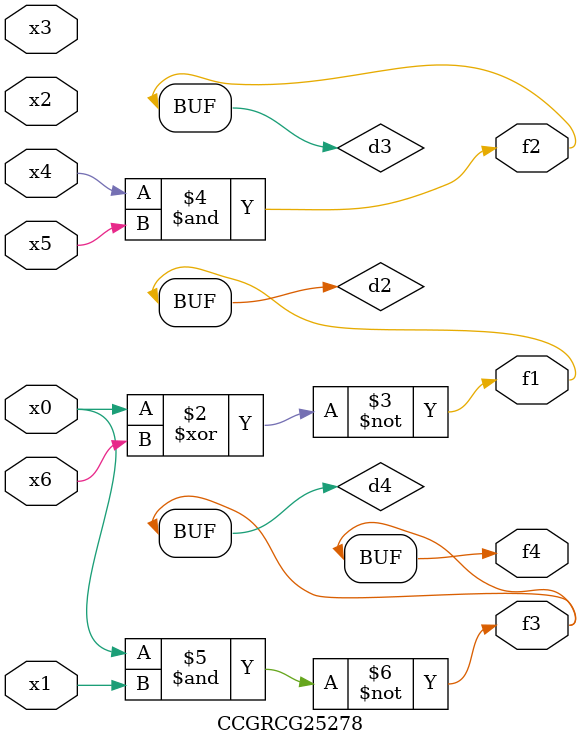
<source format=v>
module CCGRCG25278(
	input x0, x1, x2, x3, x4, x5, x6,
	output f1, f2, f3, f4
);

	wire d1, d2, d3, d4;

	nor (d1, x0);
	xnor (d2, x0, x6);
	and (d3, x4, x5);
	nand (d4, x0, x1);
	assign f1 = d2;
	assign f2 = d3;
	assign f3 = d4;
	assign f4 = d4;
endmodule

</source>
